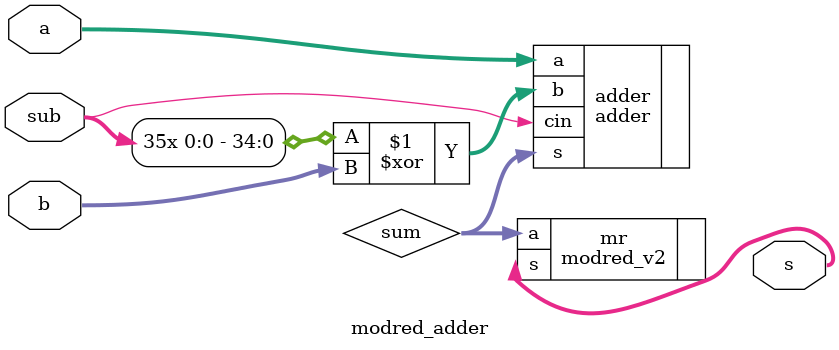
<source format=v>
`timescale 1ns / 1ps


module modred_adder #(parameter LOGQ = 17) (
    input [2*LOGQ-1:0] a,
    input [2*LOGQ-1:0] b,
    input sub,
    output [LOGQ-1:0] s
    );
    
    wire [2*LOGQ+1:0] sum;
    
    adder #(.N(2*LOGQ+1)) adder(.a(a), .b({(2*LOGQ+1){sub}}^b), .cin(sub), .s(sum));
    modred_v2 #(.LOGQ(LOGQ)) mr(.a(sum), .s(s));
endmodule

</source>
